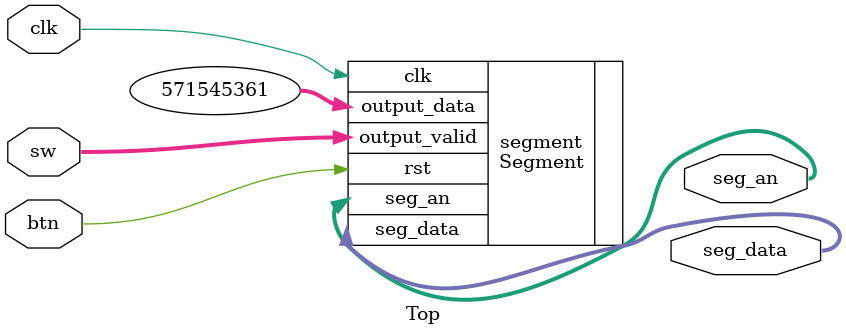
<source format=v>
`timescale 1ns / 1ps


module Top(
    input                   clk,
    input                   btn,
    input  [7:0]            sw,
    output [2:0]            seg_an,
    output [3:0]            seg_data
);
    Segment segment(
        .clk(clk),
        .rst(btn),
        .output_data(32'h22111711),// <- 改为你学号中的 8 位数字
        .output_valid(sw),   
        .seg_data(seg_data),
        .seg_an(seg_an)
    );
endmodule

</source>
